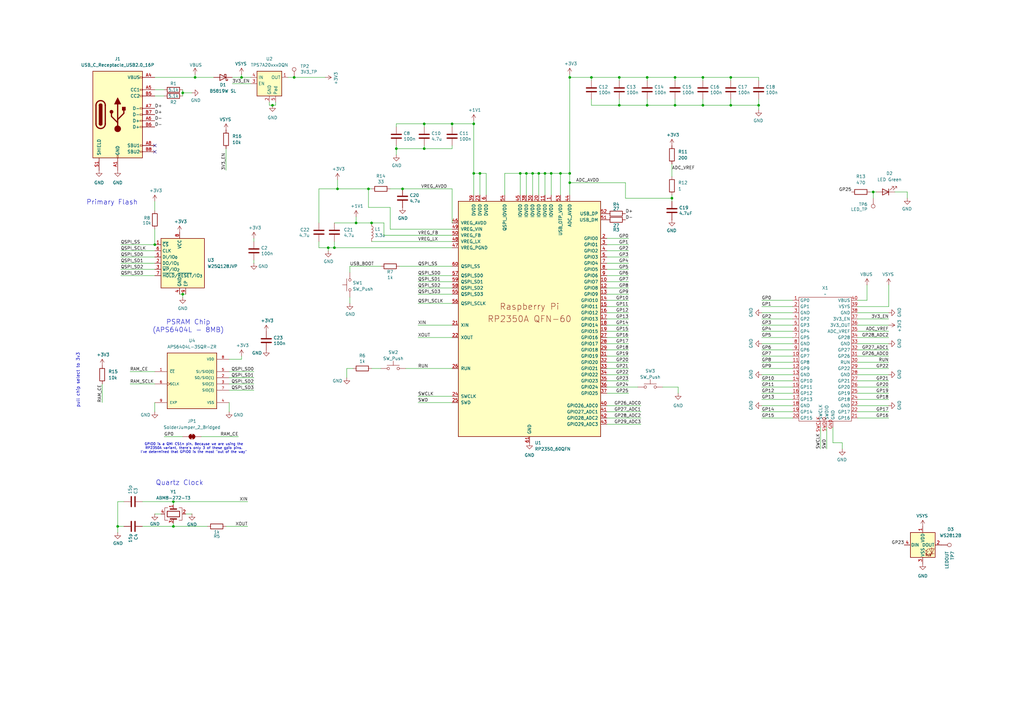
<source format=kicad_sch>
(kicad_sch (version 20250114) (generator "eeschema") (generator_version "9.0")
  (paper "A3")
  (text "Primary Flash" (at 45.974 83.058 0) (effects (font (size 2 2))))
  (text "Quartz Clock" (at 73.66 198.12 0) (effects (font (size 2 2))))
  (text "PSRAM Chip\n(APS6404L - 8MB)" (at 77.216 133.858 0) (effects (font (size 2 2))))
  (text "pull chip select to 3v3" (at 32.004 155.956 90) (effects (font (size 1.27 1.27))))
  (text "GPIO0 is a QMI CS1n pin. Because we are using the\nRP2350A variant, there's only 3 of these gpio pins.\nI've determined that GPIO0 is the most \"out of the way\"" (at 79.502 183.896 0) (effects (font (size 1 1))))
  (junction (at 233.68 74.93))
  (junction (at 276.86 43.18))
  (junction (at 173.99 60.96))
  (junction (at 265.43 31.75))
  (junction (at 173.99 50.8))
  (junction (at 311.15 43.18))
  (junction (at 265.43 43.18))
  (junction (at 358.14 78.74))
  (junction (at 74.93 120.65))
  (junction (at 288.29 31.75))
  (junction (at 288.29 43.18))
  (junction (at 254 31.75))
  (junction (at 162.56 60.96))
  (junction (at 276.86 31.75))
  (junction (at 233.68 31.75))
  (junction (at 152.4 91.44))
  (junction (at 80.01 31.75))
  (junction (at 111.76 43.18))
  (junction (at 254 43.18))
  (junction (at 233.68 71.12))
  (junction (at 215.9 71.12))
  (junction (at 138.43 77.47))
  (junction (at 137.16 101.6))
  (junction (at 229.87 71.12))
  (junction (at 48.26 215.9))
  (junction (at 71.12 215.9))
  (junction (at 134.62 101.6))
  (junction (at 242.57 31.75))
  (junction (at 146.05 91.44))
  (junction (at 275.59 81.28))
  (junction (at 185.42 50.8))
  (junction (at 120.65 31.75))
  (junction (at 223.52 71.12))
  (junction (at 220.98 71.12))
  (junction (at 194.31 50.8))
  (junction (at 196.85 71.12))
  (junction (at 226.06 71.12))
  (junction (at 63.5 100.33))
  (junction (at 213.36 71.12))
  (junction (at 218.44 71.12))
  (junction (at 165.1 77.47))
  (junction (at 299.72 31.75))
  (junction (at 99.06 31.75))
  (junction (at 151.13 77.47))
  (junction (at 71.12 205.74))
  (junction (at 299.72 43.18))
  (junction (at 194.31 71.12))
  (junction (at 74.93 38.1))
  (no_connect (at 63.5 59.69))
  (no_connect (at 63.5 62.23))
  (wire (pts (xy 372.11 81.28) (xy 372.11 78.74)))
  (wire (pts (xy 257.81 125.73) (xy 248.92 125.73)))
  (wire (pts (xy 278.13 161.29) (xy 278.13 158.75)))
  (wire (pts (xy 113.03 43.18) (xy 111.76 43.18)))
  (wire (pts (xy 257.81 115.57) (xy 248.92 115.57)))
  (wire (pts (xy 185.42 52.07) (xy 185.42 50.8)))
  (wire (pts (xy 151.13 85.09) (xy 151.13 77.47)))
  (wire (pts (xy 71.12 205.74) (xy 101.6 205.74)))
  (wire (pts (xy 71.12 205.74) (xy 71.12 207.01)))
  (wire (pts (xy 276.86 33.02) (xy 276.86 31.75)))
  (wire (pts (xy 152.4 91.44) (xy 157.48 91.44)))
  (wire (pts (xy 53.34 152.4) (xy 63.5 152.4)))
  (wire (pts (xy 364.49 171.45) (xy 351.79 171.45)))
  (wire (pts (xy 276.86 43.18) (xy 265.43 43.18)))
  (wire (pts (xy 53.34 157.48) (xy 63.5 157.48)))
  (wire (pts (xy 257.81 148.59) (xy 248.92 148.59)))
  (wire (pts (xy 257.81 143.51) (xy 248.92 143.51)))
  (wire (pts (xy 364.49 163.83) (xy 351.79 163.83)))
  (wire (pts (xy 351.79 140.97) (xy 364.49 140.97)))
  (wire (pts (xy 364.49 161.29) (xy 351.79 161.29)))
  (wire (pts (xy 111.76 43.18) (xy 110.49 43.18)))
  (wire (pts (xy 233.68 31.75) (xy 242.57 31.75)))
  (wire (pts (xy 257.81 135.89) (xy 248.92 135.89)))
  (wire (pts (xy 223.52 71.12) (xy 226.06 71.12)))
  (wire (pts (xy 199.39 71.12) (xy 199.39 80.01)))
  (wire (pts (xy 312.42 123.19) (xy 325.12 123.19)))
  (wire (pts (xy 160.02 85.09) (xy 151.13 85.09)))
  (wire (pts (xy 166.37 151.13) (xy 185.42 151.13)))
  (wire (pts (xy 196.85 71.12) (xy 199.39 71.12)))
  (wire (pts (xy 257.81 130.81) (xy 248.92 130.81)))
  (wire (pts (xy 213.36 71.12) (xy 215.9 71.12)))
  (wire (pts (xy 82.55 179.07) (xy 97.79 179.07)))
  (wire (pts (xy 196.85 80.01) (xy 196.85 71.12)))
  (wire (pts (xy 312.42 143.51) (xy 325.12 143.51)))
  (wire (pts (xy 262.89 168.91) (xy 248.92 168.91)))
  (wire (pts (xy 220.98 71.12) (xy 223.52 71.12)))
  (wire (pts (xy 359.41 78.74) (xy 358.14 78.74)))
  (wire (pts (xy 93.98 168.91) (xy 93.98 165.1)))
  (wire (pts (xy 265.43 43.18) (xy 254 43.18)))
  (wire (pts (xy 257.81 138.43) (xy 248.92 138.43)))
  (wire (pts (xy 63.5 168.91) (xy 63.5 165.1)))
  (wire (pts (xy 275.59 67.31) (xy 275.59 72.39)))
  (wire (pts (xy 223.52 71.12) (xy 223.52 80.01)))
  (wire (pts (xy 101.6 215.9) (xy 92.71 215.9)))
  (wire (pts (xy 364.49 146.05) (xy 351.79 146.05)))
  (wire (pts (xy 113.03 41.91) (xy 113.03 43.18)))
  (wire (pts (xy 358.14 78.74) (xy 356.87 78.74)))
  (wire (pts (xy 299.72 40.64) (xy 299.72 43.18)))
  (wire (pts (xy 256.54 81.28) (xy 275.59 81.28)))
  (wire (pts (xy 185.42 77.47) (xy 165.1 77.47)))
  (wire (pts (xy 265.43 33.02) (xy 265.43 31.75)))
  (wire (pts (xy 99.06 31.75) (xy 99.06 30.48)))
  (wire (pts (xy 157.48 96.52) (xy 185.42 96.52)))
  (wire (pts (xy 257.81 120.65) (xy 248.92 120.65)))
  (wire (pts (xy 134.62 101.6) (xy 130.81 101.6)))
  (wire (pts (xy 276.86 31.75) (xy 288.29 31.75)))
  (wire (pts (xy 233.68 74.93) (xy 256.54 74.93)))
  (wire (pts (xy 49.53 110.49) (xy 63.5 110.49)))
  (wire (pts (xy 229.87 71.12) (xy 229.87 80.01)))
  (wire (pts (xy 67.31 179.07) (xy 74.93 179.07)))
  (wire (pts (xy 71.12 215.9) (xy 85.09 215.9)))
  (wire (pts (xy 171.45 124.46) (xy 185.42 124.46)))
  (wire (pts (xy 311.15 43.18) (xy 311.15 45.085)))
  (wire (pts (xy 63.5 31.75) (xy 80.01 31.75)))
  (wire (pts (xy 185.42 50.8) (xy 194.31 50.8)))
  (wire (pts (xy 207.01 71.12) (xy 213.36 71.12)))
  (wire (pts (xy 355.6 123.19) (xy 351.79 123.19)))
  (wire (pts (xy 257.81 118.11) (xy 248.92 118.11)))
  (wire (pts (xy 63.5 82.55) (xy 63.5 86.36)))
  (wire (pts (xy 162.56 52.07) (xy 162.56 50.8)))
  (wire (pts (xy 257.81 128.27) (xy 248.92 128.27)))
  (wire (pts (xy 171.45 133.35) (xy 185.42 133.35)))
  (wire (pts (xy 74.93 38.1) (xy 74.93 36.83)))
  (wire (pts (xy 151.13 77.47) (xy 152.4 77.47)))
  (wire (pts (xy 104.14 152.4) (xy 93.98 152.4)))
  (wire (pts (xy 339.09 184.15) (xy 339.09 175.26)))
  (wire (pts (xy 257.81 97.79) (xy 248.92 97.79)))
  (wire (pts (xy 173.99 50.8) (xy 185.42 50.8)))
  (wire (pts (xy 104.14 154.94) (xy 93.98 154.94)))
  (wire (pts (xy 134.62 102.87) (xy 134.62 101.6)))
  (wire (pts (xy 220.98 71.12) (xy 220.98 80.01)))
  (wire (pts (xy 63.5 93.98) (xy 63.5 100.33)))
  (wire (pts (xy 299.72 33.02) (xy 299.72 31.75)))
  (wire (pts (xy 152.4 151.13) (xy 156.21 151.13)))
  (wire (pts (xy 104.14 160.02) (xy 93.98 160.02)))
  (wire (pts (xy 257.81 107.95) (xy 248.92 107.95)))
  (wire (pts (xy 248.92 158.75) (xy 261.62 158.75)))
  (wire (pts (xy 130.81 91.44) (xy 130.81 77.47)))
  (wire (pts (xy 194.31 50.8) (xy 194.31 71.12)))
  (wire (pts (xy 345.44 184.15) (xy 345.44 181.61)))
  (wire (pts (xy 257.81 105.41) (xy 248.92 105.41)))
  (wire (pts (xy 49.53 113.03) (xy 63.5 113.03)))
  (wire (pts (xy 162.56 60.96) (xy 173.99 60.96)))
  (wire (pts (xy 137.16 99.06) (xy 137.16 101.6)))
  (wire (pts (xy 299.72 43.18) (xy 311.15 43.18)))
  (wire (pts (xy 110.49 43.18) (xy 110.49 41.91)))
  (wire (pts (xy 41.91 165.1) (xy 41.91 157.48)))
  (wire (pts (xy 173.99 52.07) (xy 173.99 50.8)))
  (wire (pts (xy 312.42 161.29) (xy 325.12 161.29)))
  (wire (pts (xy 162.56 60.96) (xy 162.56 63.5)))
  (wire (pts (xy 76.2 210.82) (xy 78.74 210.82)))
  (wire (pts (xy 364.49 143.51) (xy 351.79 143.51)))
  (wire (pts (xy 80.01 30.48) (xy 80.01 31.75)))
  (wire (pts (xy 257.81 156.21) (xy 248.92 156.21)))
  (wire (pts (xy 351.79 130.81) (xy 364.49 130.81)))
  (wire (pts (xy 275.59 82.55) (xy 275.59 81.28)))
  (wire (pts (xy 171.45 138.43) (xy 185.42 138.43)))
  (wire (pts (xy 66.04 210.82) (xy 63.5 210.82)))
  (wire (pts (xy 104.14 99.06) (xy 104.14 97.79)))
  (wire (pts (xy 351.79 153.67) (xy 364.49 153.67)))
  (wire (pts (xy 143.51 109.22) (xy 143.51 111.76)))
  (wire (pts (xy 173.99 60.96) (xy 185.42 60.96)))
  (wire (pts (xy 242.57 33.02) (xy 242.57 31.75)))
  (wire (pts (xy 336.55 184.15) (xy 336.55 175.26)))
  (wire (pts (xy 312.42 146.05) (xy 325.12 146.05)))
  (wire (pts (xy 173.99 59.69) (xy 173.99 60.96)))
  (wire (pts (xy 257.81 146.05) (xy 248.92 146.05)))
  (wire (pts (xy 185.42 93.98) (xy 160.02 93.98)))
  (wire (pts (xy 233.68 30.48) (xy 233.68 31.75)))
  (wire (pts (xy 358.14 78.74) (xy 358.14 81.28)))
  (wire (pts (xy 288.29 43.18) (xy 276.86 43.18)))
  (wire (pts (xy 265.43 40.64) (xy 265.43 43.18)))
  (wire (pts (xy 262.89 173.99) (xy 248.92 173.99)))
  (wire (pts (xy 254 40.64) (xy 254 43.18)))
  (wire (pts (xy 229.87 71.12) (xy 233.68 71.12)))
  (wire (pts (xy 311.15 40.64) (xy 311.15 43.18)))
  (wire (pts (xy 50.8 205.74) (xy 48.26 205.74)))
  (wire (pts (xy 74.93 120.65) (xy 76.2 120.65)))
  (wire (pts (xy 351.79 166.37) (xy 364.49 166.37)))
  (wire (pts (xy 355.6 116.84) (xy 355.6 123.19)))
  (wire (pts (xy 152.4 99.06) (xy 185.42 99.06)))
  (wire (pts (xy 364.49 156.21) (xy 351.79 156.21)))
  (wire (pts (xy 58.42 215.9) (xy 71.12 215.9)))
  (wire (pts (xy 162.56 59.69) (xy 162.56 60.96)))
  (wire (pts (xy 171.45 115.57) (xy 185.42 115.57)))
  (wire (pts (xy 257.81 151.13) (xy 248.92 151.13)))
  (wire (pts (xy 364.49 125.73) (xy 351.79 125.73)))
  (wire (pts (xy 312.42 135.89) (xy 325.12 135.89)))
  (wire (pts (xy 242.57 40.64) (xy 242.57 43.18)))
  (wire (pts (xy 242.57 31.75) (xy 254 31.75)))
  (wire (pts (xy 312.42 171.45) (xy 325.12 171.45)))
  (wire (pts (xy 312.42 148.59) (xy 325.12 148.59)))
  (wire (pts (xy 171.45 165.1) (xy 185.42 165.1)))
  (wire (pts (xy 325.12 166.37) (xy 312.42 166.37)))
  (wire (pts (xy 99.06 31.75) (xy 102.87 31.75)))
  (wire (pts (xy 137.16 101.6) (xy 185.42 101.6)))
  (wire (pts (xy 312.42 151.13) (xy 325.12 151.13)))
  (wire (pts (xy 257.81 153.67) (xy 248.92 153.67)))
  (wire (pts (xy 345.44 181.61) (xy 341.63 181.61)))
  (wire (pts (xy 364.49 168.91) (xy 351.79 168.91)))
  (wire (pts (xy 163.83 109.22) (xy 185.42 109.22)))
  (wire (pts (xy 311.15 33.02) (xy 311.15 31.75)))
  (wire (pts (xy 325.12 128.27) (xy 312.42 128.27)))
  (wire (pts (xy 130.81 77.47) (xy 138.43 77.47)))
  (wire (pts (xy 312.42 125.73) (xy 325.12 125.73)))
  (wire (pts (xy 50.8 215.9) (xy 48.26 215.9)))
  (wire (pts (xy 95.25 34.29) (xy 102.87 34.29)))
  (wire (pts (xy 312.42 156.21) (xy 325.12 156.21)))
  (wire (pts (xy 194.31 71.12) (xy 196.85 71.12)))
  (wire (pts (xy 74.93 121.92) (xy 74.93 120.65)))
  (wire (pts (xy 257.81 140.97) (xy 248.92 140.97)))
  (wire (pts (xy 254 43.18) (xy 242.57 43.18)))
  (wire (pts (xy 265.43 31.75) (xy 276.86 31.75)))
  (wire (pts (xy 95.25 31.75) (xy 99.06 31.75)))
  (wire (pts (xy 364.49 158.75) (xy 351.79 158.75)))
  (wire (pts (xy 299.72 31.75) (xy 311.15 31.75)))
  (wire (pts (xy 207.01 71.12) (xy 207.01 80.01)))
  (wire (pts (xy 162.56 50.8) (xy 173.99 50.8)))
  (wire (pts (xy 146.05 88.9) (xy 146.05 91.44)))
  (wire (pts (xy 48.26 215.9) (xy 48.26 218.44)))
  (wire (pts (xy 194.31 49.53) (xy 194.31 50.8)))
  (wire (pts (xy 74.93 38.1) (xy 74.93 39.37)))
  (wire (pts (xy 233.68 71.12) (xy 233.68 74.93)))
  (wire (pts (xy 288.29 33.02) (xy 288.29 31.75)))
  (wire (pts (xy 312.42 168.91) (xy 325.12 168.91)))
  (wire (pts (xy 171.45 118.11) (xy 185.42 118.11)))
  (wire (pts (xy 312.42 158.75) (xy 325.12 158.75)))
  (wire (pts (xy 278.13 158.75) (xy 271.78 158.75)))
  (wire (pts (xy 312.42 138.43) (xy 325.12 138.43)))
  (wire (pts (xy 215.9 71.12) (xy 218.44 71.12)))
  (wire (pts (xy 351.79 128.27) (xy 364.49 128.27)))
  (wire (pts (xy 157.48 91.44) (xy 157.48 96.52)))
  (wire (pts (xy 99.06 147.32) (xy 93.98 147.32)))
  (wire (pts (xy 104.14 157.48) (xy 93.98 157.48)))
  (wire (pts (xy 257.81 123.19) (xy 248.92 123.19)))
  (wire (pts (xy 233.68 74.93) (xy 233.68 80.01)))
  (wire (pts (xy 194.31 71.12) (xy 194.31 80.01)))
  (wire (pts (xy 288.29 31.75) (xy 299.72 31.75)))
  (wire (pts (xy 49.53 107.95) (xy 63.5 107.95)))
  (wire (pts (xy 364.49 116.84) (xy 364.49 125.73)))
  (wire (pts (xy 185.42 91.44) (xy 185.42 77.47)))
  (wire (pts (xy 257.81 133.35) (xy 248.92 133.35)))
  (wire (pts (xy 49.53 102.87) (xy 63.5 102.87)))
  (wire (pts (xy 257.81 110.49) (xy 248.92 110.49)))
  (wire (pts (xy 130.81 101.6) (xy 130.81 99.06)))
  (wire (pts (xy 146.05 91.44) (xy 152.4 91.44)))
  (wire (pts (xy 160.02 93.98) (xy 160.02 85.09)))
  (wire (pts (xy 341.63 181.61) (xy 341.63 175.26)))
  (wire (pts (xy 144.78 151.13) (xy 142.24 151.13)))
  (wire (pts (xy 325.12 140.97) (xy 312.42 140.97)))
  (wire (pts (xy 256.54 74.93) (xy 256.54 81.28)))
  (wire (pts (xy 218.44 71.12) (xy 218.44 80.01)))
  (wire (pts (xy 185.42 60.96) (xy 185.42 59.69)))
  (wire (pts (xy 351.79 133.35) (xy 364.49 133.35)))
  (wire (pts (xy 364.49 138.43) (xy 351.79 138.43)))
  (wire (pts (xy 171.45 120.65) (xy 185.42 120.65)))
  (wire (pts (xy 312.42 130.81) (xy 325.12 130.81)))
  (wire (pts (xy 63.5 36.83) (xy 67.31 36.83)))
  (wire (pts (xy 257.81 102.87) (xy 248.92 102.87)))
  (wire (pts (xy 218.44 71.12) (xy 220.98 71.12)))
  (wire (pts (xy 257.81 113.03) (xy 248.92 113.03)))
  (wire (pts (xy 254 31.75) (xy 265.43 31.75)))
  (wire (pts (xy 171.45 113.03) (xy 185.42 113.03)))
  (wire (pts (xy 254 33.02) (xy 254 31.75)))
  (wire (pts (xy 364.49 151.13) (xy 351.79 151.13)))
  (wire (pts (xy 226.06 71.12) (xy 229.87 71.12)))
  (wire (pts (xy 160.02 77.47) (xy 165.1 77.47)))
  (wire (pts (xy 364.49 148.59) (xy 351.79 148.59)))
  (wire (pts (xy 78.74 38.1) (xy 74.93 38.1)))
  (wire (pts (xy 80.01 31.75) (xy 87.63 31.75)))
  (wire (pts (xy 171.45 162.56) (xy 185.42 162.56)))
  (wire (pts (xy 325.12 153.67) (xy 312.42 153.67)))
  (wire (pts (xy 133.35 31.75) (xy 120.65 31.75)))
  (wire (pts (xy 49.53 105.41) (xy 63.5 105.41)))
  (wire (pts (xy 58.42 205.74) (xy 71.12 205.74)))
  (wire (pts (xy 276.86 40.64) (xy 276.86 43.18)))
  (wire (pts (xy 63.5 39.37) (xy 67.31 39.37)))
  (wire (pts (xy 120.65 31.75) (xy 118.11 31.75)))
  (wire (pts (xy 213.36 71.12) (xy 213.36 80.01)))
  (wire (pts (xy 143.51 121.92) (xy 143.51 124.46)))
  (wire (pts (xy 275.59 81.28) (xy 275.59 80.01)))
  (wire (pts (xy 138.43 73.66) (xy 138.43 77.47)))
  (wire (pts (xy 257.81 100.33) (xy 248.92 100.33)))
  (wire (pts (xy 137.16 91.44) (xy 146.05 91.44)))
  (wire (pts (xy 92.71 69.85) (xy 92.71 60.96)))
  (wire (pts (xy 48.26 205.74) (xy 48.26 215.9)))
  (wire (pts (xy 226.06 71.12) (xy 226.06 80.01)))
  (wire (pts (xy 262.89 166.37) (xy 248.92 166.37)))
  (wire (pts (xy 312.42 133.35) (xy 325.12 133.35)))
  (wire (pts (xy 372.11 78.74) (xy 367.03 78.74)))
  (wire (pts (xy 215.9 71.12) (xy 215.9 80.01)))
  (wire (pts (xy 312.42 163.83) (xy 325.12 163.83)))
  (wire (pts (xy 299.72 43.18) (xy 288.29 43.18)))
  (wire (pts (xy 104.14 106.68) (xy 104.14 107.95)))
  (wire (pts (xy 262.89 171.45) (xy 248.92 171.45)))
  (wire (pts (xy 142.24 151.13) (xy 142.24 154.94)))
  (wire (pts (xy 71.12 215.9) (xy 71.12 214.63)))
  (wire (pts (xy 156.21 109.22) (xy 143.51 109.22)))
  (wire (pts (xy 138.43 77.47) (xy 151.13 77.47)))
  (wire (pts (xy 288.29 40.64) (xy 288.29 43.18)))
  (wire (pts (xy 49.53 100.33) (xy 63.5 100.33)))
  (wire (pts (xy 73.66 120.65) (xy 74.93 120.65)))
  (wire (pts (xy 364.49 135.89) (xy 351.79 135.89)))
  (wire (pts (xy 233.68 31.75) (xy 233.68 71.12)))
  (wire (pts (xy 99.06 146.05) (xy 99.06 147.32)))
  (wire (pts (xy 134.62 101.6) (xy 137.16 101.6)))
  (wire (pts (xy 257.81 161.29) (xy 248.92 161.29)))
  (label "XIN" (at 101.6 205.74 180))
  (label "GP16" (at 257.81 138.43 180))
  (label "GP14" (at 312.42 168.91 0))
  (label "GP23" (at 257.81 156.21 180))
  (label "GP21" (at 364.49 156.21 180))
  (label "ADC_VREF" (at 364.49 135.89 180))
  (label "3V3_EN" (at 92.71 69.85 90))
  (label "GP13" (at 257.81 130.81 180))
  (label "GP21" (at 257.81 151.13 180))
  (label "SWCLK" (at 336.55 184.15 90))
  (label "GP20" (at 257.81 148.59 180))
  (label "GP8" (at 312.42 148.59 0))
  (label "GP7" (at 257.81 115.57 180))
  (label "GP18" (at 364.49 163.83 180))
  (label "GP15" (at 312.42 171.45 0))
  (label "VREG_AVDD" (at 172.72 77.47 0))
  (label "GP9" (at 257.81 120.65 180))
  (label "RUN" (at 364.49 148.59 180))
  (label "GP28_ADC2" (at 364.49 138.43 180))
  (label "RAM_SCLK" (at 53.34 157.48 0))
  (label "GP27_ADC1" (at 262.89 168.91 180))
  (label "GP6" (at 312.42 143.51 0))
  (label "QSPI_SCLK" (at 49.53 102.87 0))
  (label "GP0" (at 312.42 123.19 0))
  (label "RAM_CE" (at 53.34 152.4 0))
  (label "GP12" (at 257.81 128.27 180))
  (label "ADC_VREF" (at 275.59 69.85 0))
  (label "SWCLK" (at 171.45 162.56 0))
  (label "GP1" (at 257.81 100.33 180))
  (label "XIN" (at 171.45 133.35 0))
  (label "GP5" (at 257.81 110.49 180))
  (label "GP7" (at 312.42 146.05 0))
  (label "GP27_ADC1" (at 364.49 143.51 180))
  (label "3V3_EN" (at 95.25 34.29 0))
  (label "GP28_ADC2" (at 262.89 171.45 180))
  (label "GP18" (at 257.81 143.51 180))
  (label "QSPI_SS" (at 171.45 109.22 0))
  (label "GP10" (at 312.42 156.21 0))
  (label "VREG_FB" (at 171.45 96.52 0))
  (label "D-" (at 63.5 49.53 0))
  (label "GP8" (at 257.81 118.11 180))
  (label "GP20" (at 364.49 158.75 180))
  (label "ADC_AVDD" (at 236.22 74.93 0))
  (label "GP3" (at 257.81 105.41 180))
  (label "D-" (at 256.54 90.17 0))
  (label "GP12" (at 312.42 161.29 0))
  (label "GP4" (at 257.81 107.95 180))
  (label "GP23" (at 370.84 223.52 180))
  (label "D+" (at 256.54 87.63 0))
  (label "GP19" (at 257.81 146.05 180))
  (label "GP0" (at 257.81 97.79 180))
  (label "GP5" (at 312.42 138.43 0))
  (label "GP15" (at 257.81 135.89 180))
  (label "SWD" (at 171.45 165.1 0))
  (label "QSPI_SD3" (at 171.45 120.65 0))
  (label "GP25" (at 349.25 78.74 180))
  (label "GP9" (at 312.42 151.13 0))
  (label "GP16" (at 364.49 171.45 180))
  (label "GP14" (at 257.81 133.35 180))
  (label "QSPI_SD2" (at 104.14 157.48 180))
  (label "XOUT" (at 101.6 215.9 180))
  (label "XOUT" (at 171.45 138.43 0))
  (label "GP1" (at 312.42 125.73 0))
  (label "GP24" (at 257.81 158.75 180))
  (label "RUN" (at 171.45 151.13 0))
  (label "GP22" (at 364.49 151.13 180))
  (label "GP3" (at 312.42 133.35 0))
  (label "RAM_CE" (at 41.91 165.1 90))
  (label "QSPI_SD1" (at 49.53 107.95 0))
  (label "GP2" (at 257.81 102.87 180))
  (label "GP11" (at 312.42 158.75 0))
  (label "VREG_LX" (at 171.45 99.06 0))
  (label "GP0" (at 67.31 179.07 0))
  (label "QSPI_SD2" (at 171.45 118.11 0))
  (label "QSPI_SD3" (at 104.14 160.02 180))
  (label "QSPI_SD3" (at 49.53 113.03 0))
  (label "QSPI_SD1" (at 171.45 115.57 0))
  (label "QSPI_SD2" (at 49.53 110.49 0))
  (label "GP25" (at 257.81 161.29 180))
  (label "3V3_EN" (at 364.49 130.81 180))
  (label "SWD" (at 339.09 184.15 90))
  (label "GP26_ADC0" (at 262.89 166.37 180))
  (label "GP26_ADC0" (at 364.49 146.05 180))
  (label "QSPI_SD0" (at 104.14 152.4 180))
  (label "QSPI_SD0" (at 171.45 113.03 0))
  (label "GP17" (at 257.81 140.97 180))
  (label "D+" (at 63.5 46.99 0))
  (label "GP10" (at 257.81 123.19 180))
  (label "USB_BOOT" (at 143.51 109.22 0))
  (label "GP13" (at 312.42 163.83 0))
  (label "QSPI_SD0" (at 49.53 105.41 0))
  (label "QSPI_SS" (at 49.53 100.33 0))
  (label "GP19" (at 364.49 161.29 180))
  (label "D-" (at 63.5 52.07 0))
  (label "QSPI_SCLK" (at 171.45 124.46 0))
  (label "GP17" (at 364.49 168.91 180))
  (label "RAM_CE" (at 97.79 179.07 180))
  (label "GP2" (at 312.42 130.81 0))
  (label "GP22" (at 257.81 153.67 180))
  (label "GP11" (at 257.81 125.73 180))
  (label "D+" (at 63.5 44.45 0))
  (label "GP29_ADC3" (at 262.89 173.99 180))
  (label "GP6" (at 257.81 113.03 180))
  (label "GP4" (at 312.42 135.89 0))
  (label "QSPI_SD1" (at 104.14 154.94 180))
  (symbol (lib_id "Device:C") (at 104.14 102.87 0) (unit 1)
    (property "Reference" "C2" (at 107.061 101.7016 0) (effects (justify left)))
    (property "Value" "100n" (at 107.061 104.013 0) (effects (justify left)))
    (property "Footprint" "Capacitor_SMD:C_0201_0603Metric" (effects (hide yes)))
  )
  (symbol (lib_id "power:+3V3") (at 233.68 30.48 0) (unit 1)
    (property "Reference" "#PWR022" (effects (hide yes)))
    (property "Value" "+3V3" (at 234.061 26.0858 0))
  )
  (symbol (lib_id "Device:C") (at 242.57 36.83 0) (unit 1)
    (property "Reference" "C12" (at 245.491 35.6616 0) (effects (justify left)))
    (property "Value" "100n" (at 245.491 37.973 0) (effects (justify left)))
    (property "Footprint" "Capacitor_SMD:C_0201_0603Metric" (effects (hide yes)))
  )
  (symbol (lib_id "Device:C") (at 254 36.83 0) (unit 1)
    (property "Reference" "C13" (at 256.921 35.6616 0) (effects (justify left)))
    (property "Value" "100n" (at 256.921 37.973 0) (effects (justify left)))
    (property "Footprint" "Capacitor_SMD:C_0201_0603Metric" (effects (hide yes)))
  )
  (symbol (lib_id "Device:C") (at 265.43 36.83 0) (unit 1)
    (property "Reference" "C14" (at 268.351 35.6616 0) (effects (justify left)))
    (property "Value" "100n" (at 268.351 37.973 0) (effects (justify left)))
    (property "Footprint" "Capacitor_SMD:C_0201_0603Metric" (effects (hide yes)))
  )
  (symbol (lib_id "Device:C") (at 276.86 36.83 0) (unit 1)
    (property "Reference" "C15" (at 279.781 35.6616 0) (effects (justify left)))
    (property "Value" "100n" (at 279.781 37.973 0) (effects (justify left)))
    (property "Footprint" "Capacitor_SMD:C_0201_0603Metric" (effects (hide yes)))
  )
  (symbol (lib_id "Device:C") (at 288.29 36.83 0) (unit 1)
    (property "Reference" "C16" (at 291.211 35.6616 0) (effects (justify left)))
    (property "Value" "100n" (at 291.211 37.973 0) (effects (justify left)))
    (property "Footprint" "Capacitor_SMD:C_0201_0603Metric" (effects (hide yes)))
  )
  (symbol (lib_id "Device:C") (at 299.72 36.83 0) (unit 1)
    (property "Reference" "C17" (at 302.641 35.6616 0) (effects (justify left)))
    (property "Value" "100n" (at 302.641 37.973 0) (effects (justify left)))
    (property "Footprint" "Capacitor_SMD:C_0201_0603Metric" (effects (hide yes)))
  )
  (symbol (lib_id "Jumper:SolderJumper_2_Bridged") (at 78.74 179.07 0) (unit 1) (in_bom no)
    (property "Reference" "JP1" (at 78.74 172.72 0))
    (property "Value" "SolderJumper_2_Bridged" (at 78.74 175.26 0))
    (property "Footprint" "Jumper:SolderJumper-2_P1.3mm_Bridged2Bar_RoundedPad1.0x1.5mm" (effects (hide yes)))
    (property "Description" "Solder Jumper, 2-pole, closed/bridged" (effects (hide yes)))
  )
  (symbol (lib_id "power:GND") (at 364.49 140.97 90) (unit 1)
    (property "Reference" "#PWR024" (effects (hide yes)))
    (property "Value" "GND" (at 368.8842 140.843 0))
  )
  (symbol (lib_id "Device:R") (at 63.5 90.17 0) (unit 1)
    (property "Reference" "R8" (at 58.928 89.408 0) (effects (justify left)))
    (property "Value" "10k" (at 58.42 91.44 0) (effects (justify left)))
    (property "Footprint" "Resistor_SMD:R_0201_0603Metric" (effects (hide yes)))
  )
  (symbol (lib_id "power:GND") (at 345.44 184.15 0) (mirror y) (unit 1)
    (property "Reference" "#PWR037" (effects (hide yes)))
    (property "Value" "GND" (at 345.313 188.5442 0))
  )
  (symbol (lib_id "Connector:TestPoint") (at 120.65 31.75 0) (unit 1)
    (property "Reference" "TP2" (at 123.19 27.1779 0) (effects (justify left)))
    (property "Value" "3V3_TP" (at 123.19 29.464 0) (effects (justify left)))
    (property "Footprint" "TestPoint:TestPoint_Pad_D1.0mm" (effects (hide yes)))
    (property "Description" "test point" (effects (hide yes)))
  )
  (symbol (lib_id "Device:R") (at 41.91 153.67 180) (unit 1)
    (property "Reference" "R15" (at 44.45 152.3999 0) (effects (justify right)))
    (property "Value" "10k" (at 44.45 154.9399 0) (effects (justify right)))
    (property "Footprint" "Resistor_SMD:R_0201_0603Metric" (effects (hide yes)))
    (property "Description" "Resistor" (effects (hide yes)))
  )
  (symbol (lib_id "power:GND") (at 48.26 69.85 0) (unit 1)
    (property "Reference" "#PWR03" (effects (hide yes)))
    (property "Value" "GND" (at 48.26 74.93 0))
    (property "Description" "Power symbol creates a global label with name \"GND\" , ground" (effects (hide yes)))
  )
  (symbol (lib_id "Device:C") (at 185.42 55.88 0) (unit 1)
    (property "Reference" "C11" (at 188.341 54.7116 0) (effects (justify left)))
    (property "Value" "100n" (at 188.341 57.023 0) (effects (justify left)))
    (property "Footprint" "Capacitor_SMD:C_0201_0603Metric" (effects (hide yes)))
  )
  (symbol (lib_id "power:GND") (at 378.46 231.14 0) (unit 1)
    (property "Reference" "#PWR056" (effects (hide yes)))
    (property "Value" "GND" (at 378.46 236.22 0))
    (property "Description" "Power symbol creates a global label with name \"GND\" , ground" (effects (hide yes)))
  )
  (symbol (lib_id "power:GND") (at 217.17 181.61 0) (unit 1)
    (property "Reference" "#PWR09" (effects (hide yes)))
    (property "Value" "GND" (at 217.17 186.69 0))
    (property "Description" "Power symbol creates a global label with name \"GND\" , ground" (effects (hide yes)))
  )
  (symbol (lib_id "Device:R") (at 71.12 36.83 90) (unit 1)
    (property "Reference" "R1" (at 71.12 34.29 90))
    (property "Value" "5.1k" (at 71.12 36.83 90))
    (property "Footprint" "Resistor_SMD:R_0201_0603Metric" (effects (hide yes)))
    (property "Description" "Resistor" (effects (hide yes)))
  )
  (symbol (lib_id "power:GND") (at 143.51 124.46 0) (unit 1)
    (property "Reference" "#PWR017" (effects (hide yes)))
    (property "Value" "GND" (at 143.637 128.8542 0))
  )
  (symbol (lib_id "APS6404L-3SQR-ZR:APS6404L-3SQR-ZR") (at 78.74 154.94 0) (unit 1)
    (property "Reference" "U4" (at 78.74 139.7 0))
    (property "Value" "APS6404L-3SQR-ZR" (at 78.74 142.24 0))
    (property "Footprint" "Components:PSON50P200X300X50-9N" (effects (hide yes)))
    (property "MF" "AP Memory" (effects (hide yes)))
    (property "MAXIMUM_PACKAGE_HEIGHT" "0.50mm" (effects (hide yes)))
    (property "Package" "None" (effects (hide yes)))
    (property "Price" "None" (effects (hide yes)))
    (property "Check_prices" "https://www.snapeda.com/parts/APS6404L-3SQR-ZR/AP+Memory/view-part/?ref=eda" (effects (hide yes)))
    (property "STANDARD" "Manufacturer Recommendations" (effects (hide yes)))
    (property "PARTREV" "2.3" (effects (hide yes)))
    (property "SnapEDA_Link" "https://www.snapeda.com/parts/APS6404L-3SQR-ZR/AP+Memory/view-part/?ref=snap" (effects (hide yes)))
    (property "MP" "APS6404L-3SQR-ZR" (effects (hide yes)))
    (property "Description_1" "DRAM IoT RAM 64Mb QSPI (x1,x4) SDR 133/84MHz, RBX, 3V, USON8" (effects (hide yes)))
    (property "Availability" "Not in stock" (effects (hide yes)))
    (property "MANUFACTURER" "AP Memory" (effects (hide yes)))
  )
  (symbol (lib_id "power:GND") (at 275.59 90.17 0) (mirror y) (unit 1)
    (property "Reference" "#PWR039" (effects (hide yes)))
    (property "Value" "GND" (at 275.463 94.5642 0))
  )
  (symbol (lib_id "Device:C") (at 311.15 36.83 0) (unit 1)
    (property "Reference" "C18" (at 314.071 35.6616 0) (effects (justify left)))
    (property "Value" "100n" (at 314.071 37.973 0) (effects (justify left)))
    (property "Footprint" "Capacitor_SMD:C_0201_0603Metric" (effects (hide yes)))
  )
  (symbol (lib_id "Device:R") (at 71.12 39.37 270) (unit 1)
    (property "Reference" "R2" (at 71.12 41.91 90))
    (property "Value" "5.1k" (at 71.12 39.37 90))
    (property "Footprint" "Resistor_SMD:R_0201_0603Metric" (effects (hide yes)))
    (property "Description" "Resistor" (effects (hide yes)))
  )
  (symbol (lib_id "Switch:SW_Push") (at 161.29 151.13 0) (unit 1)
    (property "Reference" "SW2" (at 161.29 144.5092 0))
    (property "Value" "SW_Push" (at 161.29 147.0461 0))
    (property "Footprint" "Components:SW-SMD_L3.9-W3.0-P4.45" (effects (hide yes)))
  )
  (symbol (lib_id "Pico:Pico") (at 327.66 120.65 0) (unit 1) (in_bom no)
    (property "Reference" "X1" (at 338.455 118.11 0))
    (property "Value" "~" (at 338.455 120.65 0))
    (property "Footprint" "Library:Pico_Castellated_Holes" (effects (hide yes)))
  )
  (symbol (lib_id "power:VBUS") (at 92.71 53.34 0) (unit 1)
    (property "Reference" "#PWR055" (effects (hide yes)))
    (property "Value" "VSYS" (at 92.456 49.022 0))
    (property "Description" "Power symbol creates a global label with name \"VBUS\"" (effects (hide yes)))
  )
  (symbol (lib_id "Device:R") (at 156.21 77.47 270) (unit 1)
    (property "Reference" "R14" (at 156.21 72.2122 90))
    (property "Value" "33" (at 156.21 74.5236 90))
    (property "Footprint" "Resistor_SMD:R_0201_0603Metric" (effects (hide yes)))
  )
  (symbol (lib_id "Device:L") (at 152.4 95.25 0) (unit 1)
    (property "Reference" "L1" (at 153.67 93.9799 0) (effects (justify left)))
    (property "Value" "3.3u" (at 153.67 96.5199 0) (effects (justify left)))
    (property "Footprint" "RP2350_60QFN_minimal:L_pol_2016" (effects (hide yes)))
    (property "Datasheet" "https://abracon.com/datasheets/AOTA-B201610S3R3-101-T.pdf" (effects (hide yes)))
    (property "Description" "Inductor" (effects (hide yes)))
  )
  (symbol (lib_id "Memory_Flash:W25Q128JVP") (at 73.66 107.95 0) (unit 1)
    (property "Reference" "U3" (at 85.09 106.6799 0) (effects (justify left)))
    (property "Value" "W25Q128JVP" (at 85.09 109.2199 0) (effects (justify left)))
    (property "Footprint" "Package_SON:WSON-8-1EP_6x5mm_P1.27mm_EP3.4x4.3mm" (effects (hide yes)))
    (property "Datasheet" "https://www.winbond.com/resource-files/w25q128jv_dtr%20revc%2003272018%20plus.pdf" (effects (hide yes)))
    (property "Description" "128Mbit / 16MiB Serial Flash Memory, Standard/Dual/Quad SPI, 2.7-3.6V, WSON-8" (effects (hide yes)))
  )
  (symbol (lib_id "power:GND") (at 93.98 168.91 0) (mirror y) (unit 1)
    (property "Reference" "#PWR049" (effects (hide yes)))
    (property "Value" "GND" (at 97.79 170.18 0))
  )
  (symbol (lib_id "power:GND") (at 312.42 128.27 270) (mirror x) (unit 1)
    (property "Reference" "#PWR030" (effects (hide yes)))
    (property "Value" "GND" (at 308.0258 128.143 0))
  )
  (symbol (lib_id "power:GND") (at 364.49 128.27 90) (unit 1)
    (property "Reference" "#PWR021" (effects (hide yes)))
    (property "Value" "GND" (at 368.8842 128.143 0))
  )
  (symbol (lib_id "power:GND") (at 104.14 107.95 0) (unit 1)
    (property "Reference" "#PWR016" (effects (hide yes)))
    (property "Value" "GND" (at 107.95 109.22 0))
  )
  (symbol (lib_id "power:+3V3") (at 364.49 133.35 270) (unit 1)
    (property "Reference" "#PWR031" (effects (hide yes)))
    (property "Value" "+3V3" (at 368.8842 133.731 0))
  )
  (symbol (lib_id "power:GND") (at 162.56 63.5 0) (unit 1)
    (property "Reference" "#PWR018" (effects (hide yes)))
    (property "Value" "GND" (at 162.687 67.8942 0))
  )
  (symbol (lib_id "power:GND") (at 78.74 38.1 90) (unit 1)
    (property "Reference" "#PWR02" (effects (hide yes)))
    (property "Value" "GND" (at 78.232 41.148 90) (effects (justify right)))
    (property "Description" "Power symbol creates a global label with name \"GND\" , ground" (effects (hide yes)))
  )
  (symbol (lib_id "Connector:USB_C_Receptacle_USB2.0_16P") (at 48.26 46.99 0) (unit 1)
    (property "Reference" "J1" (at 48.26 24.13 0))
    (property "Value" "USB_C_Receptacle_USB2.0_16P" (at 48.26 26.67 0))
    (property "Footprint" "Connector_USB:USB_C_Receptacle_GCT_USB4105-xx-A_16P_TopMnt_Horizontal" (effects (hide yes)))
    (property "Datasheet" "https://www.usb.org/sites/default/files/documents/usb_type-c.zip" (effects (hide yes)))
    (property "Description" "USB 2.0-only 16P Type-C Receptacle connector" (effects (hide yes)))
  )
  (symbol (lib_id "power:VBUS") (at 80.01 30.48 0) (unit 1)
    (property "Reference" "#PWR032" (effects (hide yes)))
    (property "Value" "VBUS" (at 77.724 26.67 0) (effects (justify left)))
    (property "Description" "Power symbol creates a global label with name \"VBUS\"" (effects (hide yes)))
  )
  (symbol (lib_id "power:GND") (at 78.74 210.82 0) (unit 1)
    (property "Reference" "#PWR010" (effects (hide yes)))
    (property "Value" "GND" (at 78.74 215.138 0))
    (property "Description" "Power symbol creates a global label with name \"GND\" , ground" (effects (hide yes)))
  )
  (symbol (lib_id "Device:C") (at 54.61 215.9 270) (unit 1)
    (property "Reference" "C4" (at 55.7784 218.821 0) (effects (justify left)))
    (property "Value" "15p" (at 53.467 218.821 0) (effects (justify left)))
    (property "Footprint" "Capacitor_SMD:C_0201_0603Metric" (effects (hide yes)))
  )
  (symbol (lib_id "power:VBUS") (at 364.49 116.84 0) (unit 1)
    (property "Reference" "#PWR053" (effects (hide yes)))
    (property "Value" "VSYS" (at 364.236 112.522 0))
    (property "Description" "Power symbol creates a global label with name \"VBUS\"" (effects (hide yes)))
  )
  (symbol (lib_id "power:GND") (at 111.76 43.18 0) (unit 1)
    (property "Reference" "#PWR07" (effects (hide yes)))
    (property "Value" "GND" (at 111.76 48.26 0))
    (property "Description" "Power symbol creates a global label with name \"GND\" , ground" (effects (hide yes)))
  )
  (symbol (lib_id "Device:R") (at 275.59 63.5 0) (unit 1)
    (property "Reference" "R11" (at 278.13 62.2299 0) (effects (justify left)))
    (property "Value" "200" (at 278.13 64.7699 0) (effects (justify left)))
    (property "Footprint" "Resistor_SMD:R_0201_0603Metric" (effects (hide yes)))
    (property "Description" "Resistor" (effects (hide yes)))
  )
  (symbol (lib_id "LED:WS2812B") (at 378.46 223.52 0) (unit 1)
    (property "Reference" "D3" (at 389.89 217.0998 0))
    (property "Value" "WS2812B" (at 389.89 219.6398 0))
    (property "Footprint" "LED_SMD:LED_WS2812B_PLCC4_5.0x5.0mm_P3.2mm" (effects (hide yes)))
    (property "Datasheet" "https://cdn-shop.adafruit.com/datasheets/WS2812B.pdf" (effects (hide yes)))
    (property "Description" "RGB LED with integrated controller" (effects (hide yes)))
  )
  (symbol (lib_id "Device:R") (at 148.59 151.13 270) (unit 1)
    (property "Reference" "R6" (at 148.59 145.8722 90))
    (property "Value" "1k" (at 148.59 148.1836 90))
    (property "Footprint" "Resistor_SMD:R_0201_0603Metric" (effects (hide yes)))
  )
  (symbol (lib_id "MCU_RaspberryPi_RP2350:RP2350_60QFN") (at 217.17 130.81 0) (unit 1)
    (property "Reference" "U1" (at 219.3133 181.61 0) (effects (justify left)))
    (property "Value" "RP2350_60QFN" (at 219.3133 184.15 0) (effects (justify left)))
    (property "Footprint" "RP2350_60QFN_minimal:RP2350-QFN-60-1EP_7x7_P0.4mm_EP3.4x3.4mm_ThermalVias" (effects (hide yes)))
  )
  (symbol (lib_id "Device:C") (at 109.22 139.7 0) (unit 1)
    (property "Reference" "C23" (at 112.141 138.5316 0) (effects (justify left)))
    (property "Value" "100n" (at 112.141 140.843 0) (effects (justify left)))
    (property "Footprint" "Capacitor_SMD:C_0201_0603Metric" (effects (hide yes)))
  )
  (symbol (lib_id "Device:D_Schottky") (at 91.44 31.75 180) (unit 1)
    (property "Reference" "D1" (at 91.44 34.798 0))
    (property "Value" "B5819W SL" (at 91.44 37.338 0))
    (property "Footprint" "Diode_SMD:D_SOD-123" (effects (hide yes)))
    (property "Description" "Schottky diode" (effects (hide yes)))
  )
  (symbol (lib_id "Device:C") (at 275.59 86.36 0) (unit 1)
    (property "Reference" "C19" (at 278.511 85.1916 0) (effects (justify left)))
    (property "Value" "4.7uF" (at 278.511 87.503 0) (effects (justify left)))
    (property "Footprint" "Capacitor_SMD:C_0201_0603Metric" (effects (hide yes)))
  )
  (symbol (lib_id "Device:C") (at 137.16 95.25 0) (unit 1)
    (property "Reference" "C21" (at 140.97 94.234 0) (effects (justify left)))
    (property "Value" "4.7u" (at 140.97 96.5454 0) (effects (justify left)))
    (property "Footprint" "RP2350_60QFN_minimal:C_0402_1005Metric_small_pads" (effects (hide yes)))
  )
  (symbol (lib_id "power:GND") (at 63.5 168.91 0) (unit 1)
    (property "Reference" "#PWR048" (effects (hide yes)))
    (property "Value" "GND" (at 59.69 170.18 0))
  )
  (symbol (lib_id "power:+1V1") (at 194.31 49.53 0) (unit 1)
    (property "Reference" "#PWR020" (effects (hide yes)))
    (property "Value" "+1V1" (at 194.691 45.1358 0))
  )
  (symbol (lib_id "power:GND") (at 312.42 140.97 270) (mirror x) (unit 1)
    (property "Reference" "#PWR029" (effects (hide yes)))
    (property "Value" "GND" (at 308.0258 140.843 0))
  )
  (symbol (lib_id "power:GND") (at 364.49 153.67 90) (unit 1)
    (property "Reference" "#PWR025" (effects (hide yes)))
    (property "Value" "GND" (at 368.8842 153.543 0))
  )
  (symbol (lib_id "power:GND") (at 40.64 69.85 0) (unit 1)
    (property "Reference" "#PWR04" (effects (hide yes)))
    (property "Value" "GND" (at 40.64 74.93 0))
    (property "Description" "Power symbol creates a global label with name \"GND\" , ground" (effects (hide yes)))
  )
  (symbol (lib_id "power:GND") (at 74.93 121.92 0) (unit 1)
    (property "Reference" "#PWR013" (effects (hide yes)))
    (property "Value" "GND" (at 74.93 126.492 0))
    (property "Description" "Power symbol creates a global label with name \"GND\" , ground" (effects (hide yes)))
  )
  (symbol (lib_id "power:GND") (at 364.49 166.37 90) (unit 1)
    (property "Reference" "#PWR026" (effects (hide yes)))
    (property "Value" "GND" (at 368.8842 166.243 0))
  )
  (symbol (lib_id "power:GND") (at 165.1 85.09 0) (unit 1)
    (property "Reference" "#PWR041" (effects (hide yes)))
    (property "Value" "GND" (at 165.227 89.4842 0))
  )
  (symbol (lib_id "power:+3V3") (at 63.5 82.55 0) (unit 1)
    (property "Reference" "#PWR019" (effects (hide yes)))
    (property "Value" "+3V3" (at 63.881 78.1558 0))
  )
  (symbol (lib_id "Device:R") (at 92.71 57.15 0) (unit 1)
    (property "Reference" "R16" (at 95.25 55.8799 0) (effects (justify left)))
    (property "Value" "10k" (at 95.25 58.4199 0) (effects (justify left)))
    (property "Footprint" "Resistor_SMD:R_0201_0603Metric" (effects (hide yes)))
    (property "Description" "Resistor" (effects (hide yes)))
  )
  (symbol (lib_id "power:+3V3") (at 275.59 59.69 0) (unit 1)
    (property "Reference" "#PWR038" (effects (hide yes)))
    (property "Value" "+3V3" (at 275.971 55.2958 0))
  )
  (symbol (lib_id "Device:C") (at 162.56 55.88 0) (unit 1)
    (property "Reference" "C8" (at 165.481 54.7116 0) (effects (justify left)))
    (property "Value" "100n" (at 165.481 57.023 0) (effects (justify left)))
    (property "Footprint" "Capacitor_SMD:C_0201_0603Metric" (effects (hide yes)))
  )
  (symbol (lib_id "power:GND") (at 278.13 161.29 0) (unit 1)
    (property "Reference" "#PWR033" (effects (hide yes)))
    (property "Value" "GND" (at 278.13 166.37 0))
    (property "Description" "Power symbol creates a global label with name \"GND\" , ground" (effects (hide yes)))
  )
  (symbol (lib_id "Switch:SW_Push") (at 266.7 158.75 0) (unit 1)
    (property "Reference" "SW3" (at 266.7 152.1292 0))
    (property "Value" "SW_Push" (at 266.7 154.6661 0))
    (property "Footprint" "Components:SW-SMD_L3.9-W3.0-P4.45" (effects (hide yes)))
  )
  (symbol (lib_id "power:+3V3") (at 99.06 146.05 0) (unit 1)
    (property "Reference" "#PWR045" (effects (hide yes)))
    (property "Value" "+3V3" (at 99.441 141.6558 0))
  )
  (symbol (lib_id "power:GND") (at 48.26 218.44 0) (unit 1)
    (property "Reference" "#PWR012" (effects (hide yes)))
    (property "Value" "GND" (at 48.387 222.8342 0))
  )
  (symbol (lib_id "power:+3V3") (at 138.43 73.66 0) (unit 1)
    (property "Reference" "#PWR042" (effects (hide yes)))
    (property "Value" "+3V3" (at 138.811 69.2658 0))
  )
  (symbol (lib_id "Device:Crystal_GND24") (at 71.12 210.82 270) (unit 1)
    (property "Reference" "Y1" (at 71.12 201.676 90))
    (property "Value" "ABM8-272-T3" (at 71.12 204.216 90))
    (property "Footprint" "RP2350_60QFN_minimal:XTAL_ABM8-272-T3" (effects (hide yes)))
    (property "Description" "Four pin crystal, GND on pins 2 and 4" (effects (hide yes)))
  )
  (symbol (lib_id "power:GND") (at 312.42 166.37 270) (mirror x) (unit 1)
    (property "Reference" "#PWR027" (effects (hide yes)))
    (property "Value" "GND" (at 308.0258 166.243 0))
  )
  (symbol (lib_id "power:GND") (at 372.11 81.28 0) (mirror y) (unit 1)
    (property "Reference" "#PWR040" (effects (hide yes)))
    (property "Value" "GND" (at 371.983 85.6742 0))
  )
  (symbol (lib_id "Connector:TestPoint") (at 358.14 81.28 180) (unit 1)
    (property "Reference" "TP6" (at 355.854 83.82 0) (effects (justify left)))
    (property "Value" "LED_TP" (at 355.854 85.852 0) (effects (justify left)))
    (property "Footprint" "TestPoint:TestPoint_Pad_D1.0mm" (effects (hide yes)))
    (property "Description" "test point" (effects (hide yes)))
  )
  (symbol (lib_id "Switch:SW_Push") (at 143.51 116.84 90) (unit 1)
    (property "Reference" "SW1" (at 144.653 116.0053 90) (effects (justify right)))
    (property "Value" "SW_Push" (at 144.653 118.5422 90) (effects (justify right)))
    (property "Footprint" "Components:SW-SMD_L3.9-W3.0-P4.45" (effects (hide yes)))
  )
  (symbol (lib_id "Device:C") (at 173.99 55.88 0) (unit 1)
    (property "Reference" "C10" (at 176.911 54.7116 0) (effects (justify left)))
    (property "Value" "4.7u" (at 176.911 57.023 0) (effects (justify left)))
    (property "Footprint" "Capacitor_SMD:C_0201_0603Metric" (effects (hide yes)))
  )
  (symbol (lib_id "power:+1V1") (at 146.05 88.9 0) (unit 1)
    (property "Reference" "#PWR043" (effects (hide yes)))
    (property "Value" "+1V1" (at 146.431 84.5058 0))
  )
  (symbol (lib_id "Device:LED") (at 363.22 78.74 180) (unit 1)
    (property "Reference" "D2" (at 364.8075 71.12 0))
    (property "Value" "LED Green" (at 364.8075 73.66 0))
    (property "Footprint" "LED_SMD:LED_0805_2012Metric" (effects (hide yes)))
    (property "Description" "Light emitting diode" (effects (hide yes)))
    (property "Sim.Pins" "1=K 2=A" (effects (hide yes)))
  )
  (symbol (lib_id "power:GND") (at 63.5 210.82 0) (mirror y) (unit 1)
    (property "Reference" "#PWR011" (effects (hide yes)))
    (property "Value" "GND" (at 63.5 214.884 0))
    (property "Description" "Power symbol creates a global label with name \"GND\" , ground" (effects (hide yes)))
  )
  (symbol (lib_id "Device:C") (at 130.81 95.25 0) (mirror y) (unit 1)
    (property "Reference" "C22" (at 127 94.234 0) (effects (justify left)))
    (property "Value" "4.7u" (at 127 96.5454 0) (effects (justify left)))
    (property "Footprint" "RP2350_60QFN_minimal:C_0402_1005Metric_small_pads" (effects (hide yes)))
  )
  (symbol (lib_id "power:+3V3") (at 104.14 97.79 0) (unit 1)
    (property "Reference" "#PWR050" (effects (hide yes)))
    (property "Value" "+3V3" (at 104.521 93.3958 0))
  )
  (symbol (lib_id "power:+3V3") (at 133.35 31.75 270) (unit 1)
    (property "Reference" "#PWR034" (effects (hide yes)))
    (property "Value" "+3V3" (at 137.7442 32.131 0))
  )
  (symbol (lib_id "Device:R") (at 275.59 76.2 0) (unit 1)
    (property "Reference" "R12" (at 278.13 74.9299 0) (effects (justify left)))
    (property "Value" "1" (at 278.13 77.4699 0) (effects (justify left)))
    (property "Footprint" "Resistor_SMD:R_0201_0603Metric" (effects (hide yes)))
    (property "Description" "Resistor" (effects (hide yes)))
  )
  (symbol (lib_id "Device:R") (at 353.06 78.74 90) (unit 1)
    (property "Reference" "R13" (at 353.06 72.39 90))
    (property "Value" "470" (at 353.06 74.93 90))
    (property "Footprint" "Resistor_SMD:R_0201_0603Metric" (effects (hide yes)))
    (property "Description" "Resistor" (effects (hide yes)))
  )
  (symbol (lib_id "power:GND") (at 312.42 153.67 270) (mirror x) (unit 1)
    (property "Reference" "#PWR028" (effects (hide yes)))
    (property "Value" "GND" (at 308.0258 153.543 0))
  )
  (symbol (lib_id "power:GND") (at 311.15 45.085 0) (mirror y) (unit 1)
    (property "Reference" "#PWR023" (effects (hide yes)))
    (property "Value" "GND" (at 311.023 49.4792 0))
  )
  (symbol (lib_id "Regulator_Linear:TPS7A20xxxDQN") (at 110.49 34.29 0) (unit 1)
    (property "Reference" "U2" (at 110.49 24.13 0))
    (property "Value" "TPS7A20xxxDQN" (at 110.49 26.67 0))
    (property "Footprint" "Package_SON:Texas_X2SON-4_1x1mm_P0.65mm" (effects (hide yes)))
    (property "Datasheet" "https://www.ti.com/lit/ds/symlink/tps7a20.pdf" (effects (hide yes)))
    (property "Description" "300 mA Low Dropout Voltage Regulator, Fixed Output, 1.6..6.0Vin, Low-Noise (7μV RMS), 6.5μA IQ LDO, X2SON-5" (effects (hide yes)))
  )
  (symbol (lib_id "power:+3V3") (at 73.66 95.25 0) (unit 1)
    (property "Reference" "#PWR014" (effects (hide yes)))
    (property "Value" "+3V3" (at 74.041 90.8558 0))
  )
  (symbol (lib_id "Device:R") (at 252.73 87.63 90) (unit 1)
    (property "Reference" "R4" (at 252.73 83.82 90))
    (property "Value" "27" (at 252.73 85.598 90))
    (property "Footprint" "Resistor_SMD:R_0201_0603Metric" (effects (hide yes)))
    (property "Description" "Resistor" (effects (hide yes)))
  )
  (symbol (lib_id "power:+3V3") (at 109.22 135.89 0) (unit 1)
    (property "Reference" "#PWR046" (effects (hide yes)))
    (property "Value" "+3V3" (at 109.601 131.4958 0))
  )
  (symbol (lib_id "Device:R") (at 88.9 215.9 270) (unit 1)
    (property "Reference" "R5" (at 88.9 219.964 90))
    (property "Value" "1k" (at 88.9 218.186 90))
    (property "Footprint" "Resistor_SMD:R_0201_0603Metric" (effects (hide yes)))
    (property "Description" "Resistor" (effects (hide yes)))
  )
  (symbol (lib_id "Device:R") (at 160.02 109.22 270) (unit 1)
    (property "Reference" "R7" (at 160.02 111.506 90))
    (property "Value" "1k" (at 160.02 113.8174 90))
    (property "Footprint" "Resistor_SMD:R_0201_0603Metric" (effects (hide yes)))
  )
  (symbol (lib_id "Device:R") (at 252.73 90.17 270) (unit 1)
    (property "Reference" "R3" (at 252.73 94.234 90))
    (property "Value" "27" (at 252.73 92.456 90))
    (property "Footprint" "Resistor_SMD:R_0201_0603Metric" (effects (hide yes)))
    (property "Description" "Resistor" (effects (hide yes)))
  )
  (symbol (lib_id "power:VBUS") (at 99.06 30.48 0) (unit 1)
    (property "Reference" "#PWR054" (effects (hide yes)))
    (property "Value" "VSYS" (at 98.806 26.162 0))
    (property "Description" "Power symbol creates a global label with name \"VBUS\"" (effects (hide yes)))
  )
  (symbol (lib_id "power:GND") (at 134.62 102.87 0) (unit 1)
    (property "Reference" "#PWR044" (effects (hide yes)))
    (property "Value" "GND" (at 134.747 107.2642 0))
  )
  (symbol (lib_id "Connector:TestPoint") (at 386.08 223.52 270) (unit 1)
    (property "Reference" "TP7" (at 390.6521 226.06 0) (effects (justify left)))
    (property "Value" "LEDOUT" (at 388.366 226.06 0) (effects (justify left)))
    (property "Footprint" "TestPoint:TestPoint_Pad_D1.0mm" (effects (hide yes)))
    (property "Description" "test point" (effects (hide yes)))
  )
  (symbol (lib_id "power:VBUS") (at 378.46 215.9 0) (unit 1)
    (property "Reference" "#PWR057" (effects (hide yes)))
    (property "Value" "VSYS" (at 378.206 211.582 0))
    (property "Description" "Power symbol creates a global label with name \"VBUS\"" (effects (hide yes)))
  )
  (symbol (lib_id "power:VBUS") (at 355.6 116.84 0) (unit 1)
    (property "Reference" "#PWR036" (effects (hide yes)))
    (property "Value" "VBUS" (at 355.346 112.522 0))
    (property "Description" "Power symbol creates a global label with name \"VBUS\"" (effects (hide yes)))
  )
  (symbol (lib_id "power:+3V3") (at 41.91 149.86 0) (unit 1)
    (property "Reference" "#PWR051" (effects (hide yes)))
    (property "Value" "+3V3" (at 42.291 145.4658 0))
  )
  (symbol (lib_id "power:GND") (at 142.24 154.94 0) (unit 1)
    (property "Reference" "#PWR015" (effects (hide yes)))
    (property "Value" "GND" (at 138.43 156.21 0))
  )
  (symbol (lib_id "Device:C") (at 165.1 81.28 0) (unit 1)
    (property "Reference" "C20" (at 168.021 80.1116 0) (effects (justify left)))
    (property "Value" "4.7u" (at 168.021 82.423 0) (effects (justify left)))
    (property "Footprint" "Capacitor_SMD:C_0201_0603Metric" (effects (hide yes)))
  )
  (symbol (lib_id "Device:C") (at 54.61 205.74 270) (unit 1)
    (property "Reference" "C3" (at 55.6514 202.692 0) (effects (justify right)))
    (property "Value" "15p" (at 53.34 202.692 0) (effects (justify right)))
    (property "Footprint" "Capacitor_SMD:C_0201_0603Metric" (effects (hide yes)))
  )
  (symbol (lib_id "power:GND") (at 109.22 143.51 0) (unit 1)
    (property "Reference" "#PWR047" (effects (hide yes)))
    (property "Value" "GND" (at 105.41 144.78 0))
  )
)
</source>
